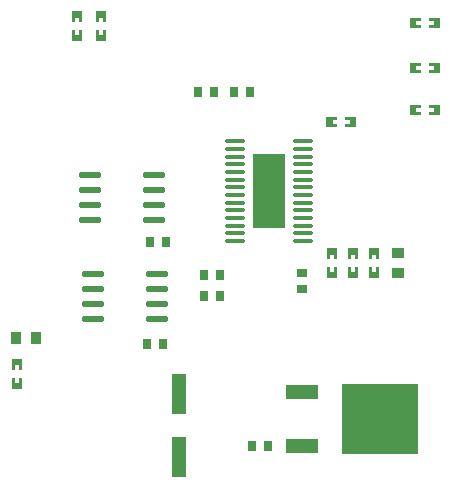
<source format=gtp>
G04 Layer: TopPasteMaskLayer*
G04 EasyEDA v6.5.42, 2024-06-23 11:48:01*
G04 8461acd9e52441dfa5b1607b254f294a,2865ae9118a24060a17af6d01c9bcc73,10*
G04 Gerber Generator version 0.2*
G04 Scale: 100 percent, Rotated: No, Reflected: No *
G04 Dimensions in millimeters *
G04 leading zeros omitted , absolute positions ,4 integer and 5 decimal *
%FSLAX45Y45*%
%MOMM*%

%AMMACRO1*21,1,$1,$2,0,0,$3*%
%ADD10R,0.8000X0.9000*%
%ADD11R,6.5000X6.0000*%
%ADD12R,2.8000X1.3000*%
%ADD13R,0.8999X1.0000*%
%ADD14R,1.2000X3.5000*%
%ADD15R,0.9000X0.8000*%
%ADD16O,1.950212X0.5684012*%
%ADD17O,1.7314926000000002X0.3430016*%
%ADD18MACRO1,2.7501X6.1999X0.0000*%
%ADD19R,1.0000X0.8999*%

%LPD*%
G36*
X471220Y832256D02*
G01*
X466191Y827278D01*
X466191Y804468D01*
X503224Y804468D01*
X503224Y771499D01*
X466191Y771499D01*
X466191Y747268D01*
X471220Y742289D01*
X551230Y742289D01*
X556209Y747268D01*
X556209Y827278D01*
X551230Y832256D01*
G37*
G36*
X312216Y832256D02*
G01*
X307187Y827278D01*
X307187Y747268D01*
X312216Y742289D01*
X391210Y742289D01*
X396189Y747268D01*
X396189Y771499D01*
X358190Y771499D01*
X358190Y804468D01*
X396189Y804468D01*
X396189Y827278D01*
X391210Y832256D01*
G37*
G36*
X471220Y451256D02*
G01*
X466191Y446278D01*
X466191Y423468D01*
X503224Y423468D01*
X503224Y390499D01*
X466191Y390499D01*
X466191Y366268D01*
X471220Y361289D01*
X551230Y361289D01*
X556209Y366268D01*
X556209Y446278D01*
X551230Y451256D01*
G37*
G36*
X312216Y451256D02*
G01*
X307187Y446278D01*
X307187Y366268D01*
X312216Y361289D01*
X391210Y361289D01*
X396189Y366268D01*
X396189Y390499D01*
X358190Y390499D01*
X358190Y423468D01*
X396189Y423468D01*
X396189Y446278D01*
X391210Y451256D01*
G37*
G36*
X471220Y95656D02*
G01*
X466191Y90678D01*
X466191Y67868D01*
X503224Y67868D01*
X503224Y34899D01*
X466191Y34899D01*
X466191Y10668D01*
X471220Y5689D01*
X551230Y5689D01*
X556209Y10668D01*
X556209Y90678D01*
X551230Y95656D01*
G37*
G36*
X312216Y95656D02*
G01*
X307187Y90678D01*
X307187Y10668D01*
X312216Y5689D01*
X391210Y5689D01*
X396189Y10668D01*
X396189Y34899D01*
X358190Y34899D01*
X358190Y67868D01*
X396189Y67868D01*
X396189Y90678D01*
X391210Y95656D01*
G37*
G36*
X-3062681Y-2218994D02*
G01*
X-3067710Y-2224024D01*
X-3067710Y-2304034D01*
X-3062681Y-2309012D01*
X-2982671Y-2309012D01*
X-2977692Y-2304034D01*
X-2977692Y-2224024D01*
X-2982671Y-2218994D01*
X-3005480Y-2218994D01*
X-3005480Y-2256028D01*
X-3038500Y-2256028D01*
X-3038500Y-2218994D01*
G37*
G36*
X-3062681Y-2060041D02*
G01*
X-3067710Y-2065020D01*
X-3067710Y-2144014D01*
X-3062681Y-2149043D01*
X-3038500Y-2149043D01*
X-3038500Y-2111044D01*
X-3005480Y-2111044D01*
X-3005480Y-2149043D01*
X-2982671Y-2149043D01*
X-2977692Y-2144014D01*
X-2977692Y-2065020D01*
X-2982671Y-2060041D01*
G37*
G36*
X-398983Y-5892D02*
G01*
X-404012Y-10922D01*
X-404012Y-90932D01*
X-398983Y-95910D01*
X-318973Y-95910D01*
X-313994Y-90932D01*
X-313994Y-68122D01*
X-350977Y-68122D01*
X-350977Y-35102D01*
X-313994Y-35102D01*
X-313994Y-10922D01*
X-318973Y-5892D01*
G37*
G36*
X-239014Y-5892D02*
G01*
X-243992Y-10922D01*
X-243992Y-35102D01*
X-205994Y-35102D01*
X-205994Y-68122D01*
X-243992Y-68122D01*
X-243992Y-90932D01*
X-239014Y-95910D01*
X-159969Y-95910D01*
X-154990Y-90932D01*
X-154990Y-10922D01*
X-159969Y-5892D01*
G37*
G36*
X-395681Y-1120241D02*
G01*
X-400710Y-1125220D01*
X-400710Y-1205230D01*
X-395681Y-1210208D01*
X-372872Y-1210208D01*
X-372872Y-1173226D01*
X-339902Y-1173226D01*
X-339902Y-1210208D01*
X-315671Y-1210208D01*
X-310692Y-1205230D01*
X-310692Y-1125220D01*
X-315671Y-1120241D01*
G37*
G36*
X-395681Y-1280210D02*
G01*
X-400710Y-1285240D01*
X-400710Y-1364234D01*
X-395681Y-1369212D01*
X-315671Y-1369212D01*
X-310692Y-1364234D01*
X-310692Y-1285240D01*
X-315671Y-1280210D01*
X-339902Y-1280210D01*
X-339902Y-1318209D01*
X-372872Y-1318209D01*
X-372872Y-1280210D01*
G37*
G36*
X-217881Y-1120241D02*
G01*
X-222910Y-1125220D01*
X-222910Y-1205230D01*
X-217881Y-1210208D01*
X-195072Y-1210208D01*
X-195072Y-1173226D01*
X-162102Y-1173226D01*
X-162102Y-1210208D01*
X-137871Y-1210208D01*
X-132892Y-1205230D01*
X-132892Y-1125220D01*
X-137871Y-1120241D01*
G37*
G36*
X-217881Y-1280210D02*
G01*
X-222910Y-1285240D01*
X-222910Y-1364234D01*
X-217881Y-1369212D01*
X-137871Y-1369212D01*
X-132892Y-1364234D01*
X-132892Y-1285240D01*
X-137871Y-1280210D01*
X-162102Y-1280210D01*
X-162102Y-1318209D01*
X-195072Y-1318209D01*
X-195072Y-1280210D01*
G37*
G36*
X-2351379Y886510D02*
G01*
X-2356408Y881481D01*
X-2356408Y801522D01*
X-2351379Y796493D01*
X-2328621Y796493D01*
X-2328621Y833526D01*
X-2295601Y833526D01*
X-2295601Y796493D01*
X-2271420Y796493D01*
X-2266391Y801522D01*
X-2266391Y881481D01*
X-2271420Y886510D01*
G37*
G36*
X-2351379Y726490D02*
G01*
X-2356408Y721512D01*
X-2356408Y642518D01*
X-2351379Y637489D01*
X-2271420Y637489D01*
X-2266391Y642518D01*
X-2266391Y721512D01*
X-2271420Y726490D01*
X-2295601Y726490D01*
X-2295601Y688492D01*
X-2328621Y688492D01*
X-2328621Y726490D01*
G37*
G36*
X-2554579Y886510D02*
G01*
X-2559608Y881481D01*
X-2559608Y801522D01*
X-2554579Y796493D01*
X-2531821Y796493D01*
X-2531821Y833526D01*
X-2498801Y833526D01*
X-2498801Y796493D01*
X-2474620Y796493D01*
X-2469591Y801522D01*
X-2469591Y881481D01*
X-2474620Y886510D01*
G37*
G36*
X-2554579Y726490D02*
G01*
X-2559608Y721512D01*
X-2559608Y642518D01*
X-2554579Y637489D01*
X-2474620Y637489D01*
X-2469591Y642518D01*
X-2469591Y721512D01*
X-2474620Y726490D01*
X-2498801Y726490D01*
X-2498801Y688492D01*
X-2531821Y688492D01*
X-2531821Y726490D01*
G37*
G36*
X-40081Y-1120241D02*
G01*
X-45110Y-1125220D01*
X-45110Y-1205230D01*
X-40081Y-1210208D01*
X-17272Y-1210208D01*
X-17272Y-1173226D01*
X15697Y-1173226D01*
X15697Y-1210208D01*
X39928Y-1210208D01*
X44907Y-1205230D01*
X44907Y-1125220D01*
X39928Y-1120241D01*
G37*
G36*
X-40081Y-1280210D02*
G01*
X-45110Y-1285240D01*
X-45110Y-1364234D01*
X-40081Y-1369212D01*
X39928Y-1369212D01*
X44907Y-1364234D01*
X44907Y-1285240D01*
X39928Y-1280210D01*
X15697Y-1280210D01*
X15697Y-1318209D01*
X-17272Y-1318209D01*
X-17272Y-1280210D01*
G37*
D10*
G01*
X-1441691Y-1346316D03*
G01*
X-1301686Y-1346316D03*
G01*
X-1441691Y-1524116D03*
G01*
X-1301686Y-1524116D03*
G01*
X-1784286Y-1930516D03*
G01*
X-1924291Y-1930516D03*
G01*
X-1758886Y-1066916D03*
G01*
X-1898891Y-1066916D03*
G01*
X-1035291Y-2794116D03*
G01*
X-895286Y-2794116D03*
D11*
G01*
X49796Y-2565389D03*
D12*
G01*
X-608596Y-2338110D03*
G01*
X-608596Y-2792669D03*
D13*
G01*
X-2861398Y-1879589D03*
G01*
X-3031401Y-1879589D03*
D10*
G01*
X-1187589Y203210D03*
G01*
X-1047610Y203210D03*
G01*
X-1352410Y203210D03*
G01*
X-1492389Y203210D03*
D14*
G01*
X-1650987Y-2349210D03*
G01*
X-1650987Y-2883194D03*
D15*
G01*
X-609587Y-1327012D03*
G01*
X-609587Y-1466992D03*
D16*
G01*
X-2404097Y-495315D03*
G01*
X-2404097Y-622315D03*
G01*
X-2404097Y-749315D03*
G01*
X-2404097Y-876315D03*
G01*
X-1863077Y-495315D03*
G01*
X-1863077Y-622315D03*
G01*
X-1863077Y-749315D03*
G01*
X-1863077Y-876315D03*
G01*
X-2378722Y-1333489D03*
G01*
X-2378722Y-1460489D03*
G01*
X-2378722Y-1587489D03*
G01*
X-2378722Y-1714489D03*
G01*
X-1837702Y-1333489D03*
G01*
X-1837702Y-1460489D03*
G01*
X-1837702Y-1587489D03*
G01*
X-1837702Y-1714489D03*
D17*
G01*
X-1175651Y-212384D03*
G01*
X-1175651Y-277383D03*
G01*
X-1175651Y-342381D03*
G01*
X-1175651Y-407380D03*
G01*
X-1175651Y-472379D03*
G01*
X-1175651Y-537377D03*
G01*
X-1175651Y-602401D03*
G01*
X-1175651Y-667400D03*
G01*
X-1175651Y-732398D03*
G01*
X-1175651Y-797397D03*
G01*
X-1175651Y-862396D03*
G01*
X-1175651Y-927394D03*
G01*
X-1175651Y-992393D03*
G01*
X-1175651Y-1057391D03*
G01*
X-602500Y-212384D03*
G01*
X-602500Y-277383D03*
G01*
X-602500Y-342381D03*
G01*
X-602500Y-407380D03*
G01*
X-602500Y-472379D03*
G01*
X-602500Y-537377D03*
G01*
X-602500Y-602401D03*
G01*
X-602500Y-667400D03*
G01*
X-602500Y-732398D03*
G01*
X-602500Y-797397D03*
G01*
X-602500Y-862396D03*
G01*
X-602500Y-927394D03*
G01*
X-602500Y-992393D03*
G01*
X-602500Y-1057391D03*
D18*
G01*
X-889076Y-634875D03*
D19*
G01*
X203212Y-1159601D03*
G01*
X203212Y-1329603D03*
M02*

</source>
